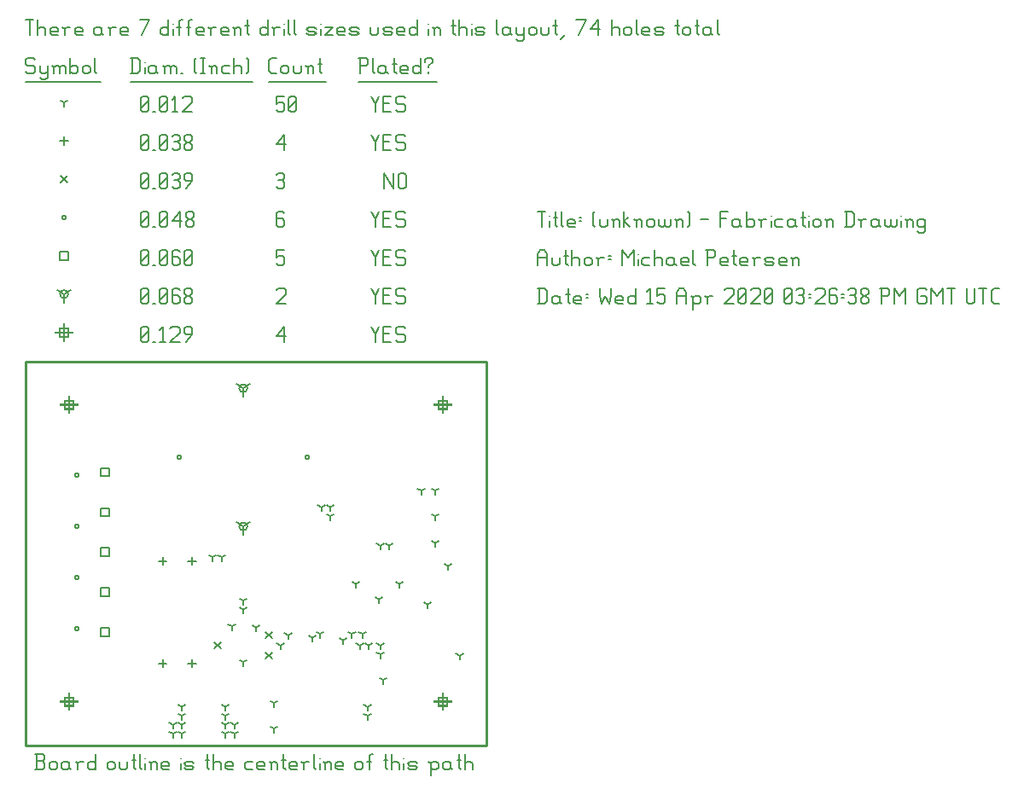
<source format=gbr>
G04 start of page 13 for group -3984 idx -3984 *
G04 Title: (unknown), fab *
G04 Creator: pcb 20140316 *
G04 CreationDate: Wed 15 Apr 2020 03:26:38 PM GMT UTC *
G04 For: railfan *
G04 Format: Gerber/RS-274X *
G04 PCB-Dimensions (mil): 1800.00 1500.00 *
G04 PCB-Coordinate-Origin: lower left *
%MOIN*%
%FSLAX25Y25*%
%LNFAB*%
%ADD94C,0.0100*%
%ADD93C,0.0075*%
%ADD92C,0.0060*%
%ADD91R,0.0080X0.0080*%
G54D91*X163000Y136200D02*Y129800D01*
X159800Y133000D02*X166200D01*
X161400Y134600D02*X164600D01*
X161400D02*Y131400D01*
X164600D01*
Y134600D02*Y131400D01*
X17000Y20200D02*Y13800D01*
X13800Y17000D02*X20200D01*
X15400Y18600D02*X18600D01*
X15400D02*Y15400D01*
X18600D01*
Y18600D02*Y15400D01*
X17000Y136200D02*Y129800D01*
X13800Y133000D02*X20200D01*
X15400Y134600D02*X18600D01*
X15400D02*Y131400D01*
X18600D01*
Y134600D02*Y131400D01*
X163000Y20200D02*Y13800D01*
X159800Y17000D02*X166200D01*
X161400Y18600D02*X164600D01*
X161400D02*Y15400D01*
X164600D01*
Y18600D02*Y15400D01*
X15000Y164450D02*Y158050D01*
X11800Y161250D02*X18200D01*
X13400Y162850D02*X16600D01*
X13400D02*Y159650D01*
X16600D01*
Y162850D02*Y159650D01*
G54D92*X135000Y163500D02*X136500Y160500D01*
X138000Y163500D01*
X136500Y160500D02*Y157500D01*
X139800Y160800D02*X142050D01*
X139800Y157500D02*X142800D01*
X139800Y163500D02*Y157500D01*
Y163500D02*X142800D01*
X147600D02*X148350Y162750D01*
X145350Y163500D02*X147600D01*
X144600Y162750D02*X145350Y163500D01*
X144600Y162750D02*Y161250D01*
X145350Y160500D01*
X147600D01*
X148350Y159750D01*
Y158250D01*
X147600Y157500D02*X148350Y158250D01*
X145350Y157500D02*X147600D01*
X144600Y158250D02*X145350Y157500D01*
X98000Y159750D02*X101000Y163500D01*
X98000Y159750D02*X101750D01*
X101000Y163500D02*Y157500D01*
X45000Y158250D02*X45750Y157500D01*
X45000Y162750D02*Y158250D01*
Y162750D02*X45750Y163500D01*
X47250D01*
X48000Y162750D01*
Y158250D01*
X47250Y157500D02*X48000Y158250D01*
X45750Y157500D02*X47250D01*
X45000Y159000D02*X48000Y162000D01*
X49800Y157500D02*X50550D01*
X52350Y162300D02*X53550Y163500D01*
Y157500D01*
X52350D02*X54600D01*
X56400Y162750D02*X57150Y163500D01*
X59400D01*
X60150Y162750D01*
Y161250D01*
X56400Y157500D02*X60150Y161250D01*
X56400Y157500D02*X60150D01*
X62700D02*X64950Y160500D01*
Y162750D02*Y160500D01*
X64200Y163500D02*X64950Y162750D01*
X62700Y163500D02*X64200D01*
X61950Y162750D02*X62700Y163500D01*
X61950Y162750D02*Y161250D01*
X62700Y160500D01*
X64950D01*
X85000Y85500D02*Y82300D01*
Y85500D02*X87773Y87100D01*
X85000Y85500D02*X82227Y87100D01*
X83400Y85500D02*G75*G03X86600Y85500I1600J0D01*G01*
G75*G03X83400Y85500I-1600J0D01*G01*
X85000Y139500D02*Y136300D01*
Y139500D02*X87773Y141100D01*
X85000Y139500D02*X82227Y141100D01*
X83400Y139500D02*G75*G03X86600Y139500I1600J0D01*G01*
G75*G03X83400Y139500I-1600J0D01*G01*
X15000Y176250D02*Y173050D01*
Y176250D02*X17773Y177850D01*
X15000Y176250D02*X12227Y177850D01*
X13400Y176250D02*G75*G03X16600Y176250I1600J0D01*G01*
G75*G03X13400Y176250I-1600J0D01*G01*
X135000Y178500D02*X136500Y175500D01*
X138000Y178500D01*
X136500Y175500D02*Y172500D01*
X139800Y175800D02*X142050D01*
X139800Y172500D02*X142800D01*
X139800Y178500D02*Y172500D01*
Y178500D02*X142800D01*
X147600D02*X148350Y177750D01*
X145350Y178500D02*X147600D01*
X144600Y177750D02*X145350Y178500D01*
X144600Y177750D02*Y176250D01*
X145350Y175500D01*
X147600D01*
X148350Y174750D01*
Y173250D01*
X147600Y172500D02*X148350Y173250D01*
X145350Y172500D02*X147600D01*
X144600Y173250D02*X145350Y172500D01*
X98000Y177750D02*X98750Y178500D01*
X101000D01*
X101750Y177750D01*
Y176250D01*
X98000Y172500D02*X101750Y176250D01*
X98000Y172500D02*X101750D01*
X45000Y173250D02*X45750Y172500D01*
X45000Y177750D02*Y173250D01*
Y177750D02*X45750Y178500D01*
X47250D01*
X48000Y177750D01*
Y173250D01*
X47250Y172500D02*X48000Y173250D01*
X45750Y172500D02*X47250D01*
X45000Y174000D02*X48000Y177000D01*
X49800Y172500D02*X50550D01*
X52350Y173250D02*X53100Y172500D01*
X52350Y177750D02*Y173250D01*
Y177750D02*X53100Y178500D01*
X54600D01*
X55350Y177750D01*
Y173250D01*
X54600Y172500D02*X55350Y173250D01*
X53100Y172500D02*X54600D01*
X52350Y174000D02*X55350Y177000D01*
X59400Y178500D02*X60150Y177750D01*
X57900Y178500D02*X59400D01*
X57150Y177750D02*X57900Y178500D01*
X57150Y177750D02*Y173250D01*
X57900Y172500D01*
X59400Y175800D02*X60150Y175050D01*
X57150Y175800D02*X59400D01*
X57900Y172500D02*X59400D01*
X60150Y173250D01*
Y175050D02*Y173250D01*
X61950D02*X62700Y172500D01*
X61950Y174450D02*Y173250D01*
Y174450D02*X63000Y175500D01*
X63900D01*
X64950Y174450D01*
Y173250D01*
X64200Y172500D02*X64950Y173250D01*
X62700Y172500D02*X64200D01*
X61950Y176550D02*X63000Y175500D01*
X61950Y177750D02*Y176550D01*
Y177750D02*X62700Y178500D01*
X64200D01*
X64950Y177750D01*
Y176550D01*
X63900Y175500D02*X64950Y176550D01*
X29400Y108300D02*X32600D01*
X29400D02*Y105100D01*
X32600D01*
Y108300D02*Y105100D01*
X29400Y92700D02*X32600D01*
X29400D02*Y89500D01*
X32600D01*
Y92700D02*Y89500D01*
X29400Y77100D02*X32600D01*
X29400D02*Y73900D01*
X32600D01*
Y77100D02*Y73900D01*
X29400Y61500D02*X32600D01*
X29400D02*Y58300D01*
X32600D01*
Y61500D02*Y58300D01*
X29400Y45900D02*X32600D01*
X29400D02*Y42700D01*
X32600D01*
Y45900D02*Y42700D01*
X13400Y192850D02*X16600D01*
X13400D02*Y189650D01*
X16600D01*
Y192850D02*Y189650D01*
X135000Y193500D02*X136500Y190500D01*
X138000Y193500D01*
X136500Y190500D02*Y187500D01*
X139800Y190800D02*X142050D01*
X139800Y187500D02*X142800D01*
X139800Y193500D02*Y187500D01*
Y193500D02*X142800D01*
X147600D02*X148350Y192750D01*
X145350Y193500D02*X147600D01*
X144600Y192750D02*X145350Y193500D01*
X144600Y192750D02*Y191250D01*
X145350Y190500D01*
X147600D01*
X148350Y189750D01*
Y188250D01*
X147600Y187500D02*X148350Y188250D01*
X145350Y187500D02*X147600D01*
X144600Y188250D02*X145350Y187500D01*
X98000Y193500D02*X101000D01*
X98000D02*Y190500D01*
X98750Y191250D01*
X100250D01*
X101000Y190500D01*
Y188250D01*
X100250Y187500D02*X101000Y188250D01*
X98750Y187500D02*X100250D01*
X98000Y188250D02*X98750Y187500D01*
X45000Y188250D02*X45750Y187500D01*
X45000Y192750D02*Y188250D01*
Y192750D02*X45750Y193500D01*
X47250D01*
X48000Y192750D01*
Y188250D01*
X47250Y187500D02*X48000Y188250D01*
X45750Y187500D02*X47250D01*
X45000Y189000D02*X48000Y192000D01*
X49800Y187500D02*X50550D01*
X52350Y188250D02*X53100Y187500D01*
X52350Y192750D02*Y188250D01*
Y192750D02*X53100Y193500D01*
X54600D01*
X55350Y192750D01*
Y188250D01*
X54600Y187500D02*X55350Y188250D01*
X53100Y187500D02*X54600D01*
X52350Y189000D02*X55350Y192000D01*
X59400Y193500D02*X60150Y192750D01*
X57900Y193500D02*X59400D01*
X57150Y192750D02*X57900Y193500D01*
X57150Y192750D02*Y188250D01*
X57900Y187500D01*
X59400Y190800D02*X60150Y190050D01*
X57150Y190800D02*X59400D01*
X57900Y187500D02*X59400D01*
X60150Y188250D01*
Y190050D02*Y188250D01*
X61950D02*X62700Y187500D01*
X61950Y192750D02*Y188250D01*
Y192750D02*X62700Y193500D01*
X64200D01*
X64950Y192750D01*
Y188250D01*
X64200Y187500D02*X64950Y188250D01*
X62700Y187500D02*X64200D01*
X61950Y189000D02*X64950Y192000D01*
X109200Y112500D02*G75*G03X110800Y112500I800J0D01*G01*
G75*G03X109200Y112500I-800J0D01*G01*
X59200D02*G75*G03X60800Y112500I800J0D01*G01*
G75*G03X59200Y112500I-800J0D01*G01*
X19200Y105500D02*G75*G03X20800Y105500I800J0D01*G01*
G75*G03X19200Y105500I-800J0D01*G01*
Y85500D02*G75*G03X20800Y85500I800J0D01*G01*
G75*G03X19200Y85500I-800J0D01*G01*
Y65500D02*G75*G03X20800Y65500I800J0D01*G01*
G75*G03X19200Y65500I-800J0D01*G01*
Y45500D02*G75*G03X20800Y45500I800J0D01*G01*
G75*G03X19200Y45500I-800J0D01*G01*
X14200Y206250D02*G75*G03X15800Y206250I800J0D01*G01*
G75*G03X14200Y206250I-800J0D01*G01*
X135000Y208500D02*X136500Y205500D01*
X138000Y208500D01*
X136500Y205500D02*Y202500D01*
X139800Y205800D02*X142050D01*
X139800Y202500D02*X142800D01*
X139800Y208500D02*Y202500D01*
Y208500D02*X142800D01*
X147600D02*X148350Y207750D01*
X145350Y208500D02*X147600D01*
X144600Y207750D02*X145350Y208500D01*
X144600Y207750D02*Y206250D01*
X145350Y205500D01*
X147600D01*
X148350Y204750D01*
Y203250D01*
X147600Y202500D02*X148350Y203250D01*
X145350Y202500D02*X147600D01*
X144600Y203250D02*X145350Y202500D01*
X100250Y208500D02*X101000Y207750D01*
X98750Y208500D02*X100250D01*
X98000Y207750D02*X98750Y208500D01*
X98000Y207750D02*Y203250D01*
X98750Y202500D01*
X100250Y205800D02*X101000Y205050D01*
X98000Y205800D02*X100250D01*
X98750Y202500D02*X100250D01*
X101000Y203250D01*
Y205050D02*Y203250D01*
X45000D02*X45750Y202500D01*
X45000Y207750D02*Y203250D01*
Y207750D02*X45750Y208500D01*
X47250D01*
X48000Y207750D01*
Y203250D01*
X47250Y202500D02*X48000Y203250D01*
X45750Y202500D02*X47250D01*
X45000Y204000D02*X48000Y207000D01*
X49800Y202500D02*X50550D01*
X52350Y203250D02*X53100Y202500D01*
X52350Y207750D02*Y203250D01*
Y207750D02*X53100Y208500D01*
X54600D01*
X55350Y207750D01*
Y203250D01*
X54600Y202500D02*X55350Y203250D01*
X53100Y202500D02*X54600D01*
X52350Y204000D02*X55350Y207000D01*
X57150Y204750D02*X60150Y208500D01*
X57150Y204750D02*X60900D01*
X60150Y208500D02*Y202500D01*
X62700Y203250D02*X63450Y202500D01*
X62700Y204450D02*Y203250D01*
Y204450D02*X63750Y205500D01*
X64650D01*
X65700Y204450D01*
Y203250D01*
X64950Y202500D02*X65700Y203250D01*
X63450Y202500D02*X64950D01*
X62700Y206550D02*X63750Y205500D01*
X62700Y207750D02*Y206550D01*
Y207750D02*X63450Y208500D01*
X64950D01*
X65700Y207750D01*
Y206550D01*
X64650Y205500D02*X65700Y206550D01*
X73800Y40200D02*X76200Y37800D01*
X73800D02*X76200Y40200D01*
X93800Y44200D02*X96200Y41800D01*
X93800D02*X96200Y44200D01*
X93800Y36200D02*X96200Y33800D01*
X93800D02*X96200Y36200D01*
X13800Y222450D02*X16200Y220050D01*
X13800D02*X16200Y222450D01*
X140000Y223500D02*Y217500D01*
Y223500D02*X143750Y217500D01*
Y223500D02*Y217500D01*
X145550Y222750D02*Y218250D01*
Y222750D02*X146300Y223500D01*
X147800D01*
X148550Y222750D01*
Y218250D01*
X147800Y217500D02*X148550Y218250D01*
X146300Y217500D02*X147800D01*
X145550Y218250D02*X146300Y217500D01*
X98000Y222750D02*X98750Y223500D01*
X100250D01*
X101000Y222750D01*
X100250Y217500D02*X101000Y218250D01*
X98750Y217500D02*X100250D01*
X98000Y218250D02*X98750Y217500D01*
Y220800D02*X100250D01*
X101000Y222750D02*Y221550D01*
Y220050D02*Y218250D01*
Y220050D02*X100250Y220800D01*
X101000Y221550D02*X100250Y220800D01*
X45000Y218250D02*X45750Y217500D01*
X45000Y222750D02*Y218250D01*
Y222750D02*X45750Y223500D01*
X47250D01*
X48000Y222750D01*
Y218250D01*
X47250Y217500D02*X48000Y218250D01*
X45750Y217500D02*X47250D01*
X45000Y219000D02*X48000Y222000D01*
X49800Y217500D02*X50550D01*
X52350Y218250D02*X53100Y217500D01*
X52350Y222750D02*Y218250D01*
Y222750D02*X53100Y223500D01*
X54600D01*
X55350Y222750D01*
Y218250D01*
X54600Y217500D02*X55350Y218250D01*
X53100Y217500D02*X54600D01*
X52350Y219000D02*X55350Y222000D01*
X57150Y222750D02*X57900Y223500D01*
X59400D01*
X60150Y222750D01*
X59400Y217500D02*X60150Y218250D01*
X57900Y217500D02*X59400D01*
X57150Y218250D02*X57900Y217500D01*
Y220800D02*X59400D01*
X60150Y222750D02*Y221550D01*
Y220050D02*Y218250D01*
Y220050D02*X59400Y220800D01*
X60150Y221550D02*X59400Y220800D01*
X62700Y217500D02*X64950Y220500D01*
Y222750D02*Y220500D01*
X64200Y223500D02*X64950Y222750D01*
X62700Y223500D02*X64200D01*
X61950Y222750D02*X62700Y223500D01*
X61950Y222750D02*Y221250D01*
X62700Y220500D01*
X64950D01*
X53500Y73600D02*Y70400D01*
X51900Y72000D02*X55100D01*
X53500Y33600D02*Y30400D01*
X51900Y32000D02*X55100D01*
X65000Y73600D02*Y70400D01*
X63400Y72000D02*X66600D01*
X65000Y33600D02*Y30400D01*
X63400Y32000D02*X66600D01*
X15000Y237850D02*Y234650D01*
X13400Y236250D02*X16600D01*
X135000Y238500D02*X136500Y235500D01*
X138000Y238500D01*
X136500Y235500D02*Y232500D01*
X139800Y235800D02*X142050D01*
X139800Y232500D02*X142800D01*
X139800Y238500D02*Y232500D01*
Y238500D02*X142800D01*
X147600D02*X148350Y237750D01*
X145350Y238500D02*X147600D01*
X144600Y237750D02*X145350Y238500D01*
X144600Y237750D02*Y236250D01*
X145350Y235500D01*
X147600D01*
X148350Y234750D01*
Y233250D01*
X147600Y232500D02*X148350Y233250D01*
X145350Y232500D02*X147600D01*
X144600Y233250D02*X145350Y232500D01*
X98000Y234750D02*X101000Y238500D01*
X98000Y234750D02*X101750D01*
X101000Y238500D02*Y232500D01*
X45000Y233250D02*X45750Y232500D01*
X45000Y237750D02*Y233250D01*
Y237750D02*X45750Y238500D01*
X47250D01*
X48000Y237750D01*
Y233250D01*
X47250Y232500D02*X48000Y233250D01*
X45750Y232500D02*X47250D01*
X45000Y234000D02*X48000Y237000D01*
X49800Y232500D02*X50550D01*
X52350Y233250D02*X53100Y232500D01*
X52350Y237750D02*Y233250D01*
Y237750D02*X53100Y238500D01*
X54600D01*
X55350Y237750D01*
Y233250D01*
X54600Y232500D02*X55350Y233250D01*
X53100Y232500D02*X54600D01*
X52350Y234000D02*X55350Y237000D01*
X57150Y237750D02*X57900Y238500D01*
X59400D01*
X60150Y237750D01*
X59400Y232500D02*X60150Y233250D01*
X57900Y232500D02*X59400D01*
X57150Y233250D02*X57900Y232500D01*
Y235800D02*X59400D01*
X60150Y237750D02*Y236550D01*
Y235050D02*Y233250D01*
Y235050D02*X59400Y235800D01*
X60150Y236550D02*X59400Y235800D01*
X61950Y233250D02*X62700Y232500D01*
X61950Y234450D02*Y233250D01*
Y234450D02*X63000Y235500D01*
X63900D01*
X64950Y234450D01*
Y233250D01*
X64200Y232500D02*X64950Y233250D01*
X62700Y232500D02*X64200D01*
X61950Y236550D02*X63000Y235500D01*
X61950Y237750D02*Y236550D01*
Y237750D02*X62700Y238500D01*
X64200D01*
X64950Y237750D01*
Y236550D01*
X63900Y235500D02*X64950Y236550D01*
X61000Y4500D02*Y2900D01*
Y4500D02*X62387Y5300D01*
X61000Y4500D02*X59613Y5300D01*
X61000Y8000D02*Y6400D01*
Y8000D02*X62387Y8800D01*
X61000Y8000D02*X59613Y8800D01*
X61000Y11500D02*Y9900D01*
Y11500D02*X62387Y12300D01*
X61000Y11500D02*X59613Y12300D01*
X61000Y15000D02*Y13400D01*
Y15000D02*X62387Y15800D01*
X61000Y15000D02*X59613Y15800D01*
X78000Y4500D02*Y2900D01*
Y4500D02*X79387Y5300D01*
X78000Y4500D02*X76613Y5300D01*
X78000Y8000D02*Y6400D01*
Y8000D02*X79387Y8800D01*
X78000Y8000D02*X76613Y8800D01*
X78000Y11500D02*Y9900D01*
Y11500D02*X79387Y12300D01*
X78000Y11500D02*X76613Y12300D01*
X78000Y15000D02*Y13400D01*
Y15000D02*X79387Y15800D01*
X78000Y15000D02*X76613Y15800D01*
X73000Y73500D02*Y71900D01*
Y73500D02*X74387Y74300D01*
X73000Y73500D02*X71613Y74300D01*
X76500Y73500D02*Y71900D01*
Y73500D02*X77887Y74300D01*
X76500Y73500D02*X75113Y74300D01*
X85000Y56500D02*Y54900D01*
Y56500D02*X86387Y57300D01*
X85000Y56500D02*X83613Y57300D01*
X85000Y53000D02*Y51400D01*
Y53000D02*X86387Y53800D01*
X85000Y53000D02*X83613Y53800D01*
X119000Y89500D02*Y87900D01*
Y89500D02*X120387Y90300D01*
X119000Y89500D02*X117613Y90300D01*
X119000Y93000D02*Y91400D01*
Y93000D02*X120387Y93800D01*
X119000Y93000D02*X117613Y93800D01*
X115500Y93000D02*Y91400D01*
Y93000D02*X116887Y93800D01*
X115500Y93000D02*X114113Y93800D01*
X142000Y78000D02*Y76400D01*
Y78000D02*X143387Y78800D01*
X142000Y78000D02*X140613Y78800D01*
X138500Y78000D02*Y76400D01*
Y78000D02*X139887Y78800D01*
X138500Y78000D02*X137113Y78800D01*
X129000Y63000D02*Y61400D01*
Y63000D02*X130387Y63800D01*
X129000Y63000D02*X127613Y63800D01*
X146000Y63000D02*Y61400D01*
Y63000D02*X147387Y63800D01*
X146000Y63000D02*X144613Y63800D01*
X90000Y46000D02*Y44400D01*
Y46000D02*X91387Y46800D01*
X90000Y46000D02*X88613Y46800D01*
X80500Y46500D02*Y44900D01*
Y46500D02*X81887Y47300D01*
X80500Y46500D02*X79113Y47300D01*
X85000Y32500D02*Y30900D01*
Y32500D02*X86387Y33300D01*
X85000Y32500D02*X83613Y33300D01*
X97000Y16500D02*Y14900D01*
Y16500D02*X98387Y17300D01*
X97000Y16500D02*X95613Y17300D01*
X97000Y6500D02*Y4900D01*
Y6500D02*X98387Y7300D01*
X97000Y6500D02*X95613Y7300D01*
X169500Y35000D02*Y33400D01*
Y35000D02*X170887Y35800D01*
X169500Y35000D02*X168113Y35800D01*
X133500Y11500D02*Y9900D01*
Y11500D02*X134887Y12300D01*
X133500Y11500D02*X132113Y12300D01*
X133500Y15000D02*Y13400D01*
Y15000D02*X134887Y15800D01*
X133500Y15000D02*X132113Y15800D01*
X138000Y57000D02*Y55400D01*
Y57000D02*X139387Y57800D01*
X138000Y57000D02*X136613Y57800D01*
X99500Y39000D02*Y37400D01*
Y39000D02*X100887Y39800D01*
X99500Y39000D02*X98113Y39800D01*
X112000Y42000D02*Y40400D01*
Y42000D02*X113387Y42800D01*
X112000Y42000D02*X110613Y42800D01*
X102500Y43000D02*Y41400D01*
Y43000D02*X103887Y43800D01*
X102500Y43000D02*X101113Y43800D01*
X127457Y43543D02*Y41943D01*
Y43543D02*X128844Y44343D01*
X127457Y43543D02*X126070Y44343D01*
X124000Y41000D02*Y39400D01*
Y41000D02*X125387Y41800D01*
X124000Y41000D02*X122613Y41800D01*
X130500Y39000D02*Y37400D01*
Y39000D02*X131887Y39800D01*
X130500Y39000D02*X129113Y39800D01*
X134000Y39000D02*Y37400D01*
Y39000D02*X135387Y39800D01*
X134000Y39000D02*X132613Y39800D01*
X138500Y39000D02*Y37400D01*
Y39000D02*X139887Y39800D01*
X138500Y39000D02*X137113Y39800D01*
X138500Y35500D02*Y33900D01*
Y35500D02*X139887Y36300D01*
X138500Y35500D02*X137113Y36300D01*
X131500Y43500D02*Y41900D01*
Y43500D02*X132887Y44300D01*
X131500Y43500D02*X130113Y44300D01*
X57500Y4500D02*Y2900D01*
Y4500D02*X58887Y5300D01*
X57500Y4500D02*X56113Y5300D01*
X57500Y8000D02*Y6400D01*
Y8000D02*X58887Y8800D01*
X57500Y8000D02*X56113Y8800D01*
X81500Y4500D02*Y2900D01*
Y4500D02*X82887Y5300D01*
X81500Y4500D02*X80113Y5300D01*
X81500Y8000D02*Y6400D01*
Y8000D02*X82887Y8800D01*
X81500Y8000D02*X80113Y8800D01*
X139543Y25500D02*Y23900D01*
Y25500D02*X140930Y26300D01*
X139543Y25500D02*X138156Y26300D01*
X154500Y99500D02*Y97900D01*
Y99500D02*X155887Y100300D01*
X154500Y99500D02*X153113Y100300D01*
X160000Y99500D02*Y97900D01*
Y99500D02*X161387Y100300D01*
X160000Y99500D02*X158613Y100300D01*
X160000Y79000D02*Y77400D01*
Y79000D02*X161387Y79800D01*
X160000Y79000D02*X158613Y79800D01*
X160000Y89500D02*Y87900D01*
Y89500D02*X161387Y90300D01*
X160000Y89500D02*X158613Y90300D01*
X157000Y55000D02*Y53400D01*
Y55000D02*X158387Y55800D01*
X157000Y55000D02*X155613Y55800D01*
X165000Y70000D02*Y68400D01*
Y70000D02*X166387Y70800D01*
X165000Y70000D02*X163613Y70800D01*
X115000Y43500D02*Y41900D01*
Y43500D02*X116387Y44300D01*
X115000Y43500D02*X113613Y44300D01*
X15000Y251250D02*Y249650D01*
Y251250D02*X16387Y252050D01*
X15000Y251250D02*X13613Y252050D01*
X135000Y253500D02*X136500Y250500D01*
X138000Y253500D01*
X136500Y250500D02*Y247500D01*
X139800Y250800D02*X142050D01*
X139800Y247500D02*X142800D01*
X139800Y253500D02*Y247500D01*
Y253500D02*X142800D01*
X147600D02*X148350Y252750D01*
X145350Y253500D02*X147600D01*
X144600Y252750D02*X145350Y253500D01*
X144600Y252750D02*Y251250D01*
X145350Y250500D01*
X147600D01*
X148350Y249750D01*
Y248250D01*
X147600Y247500D02*X148350Y248250D01*
X145350Y247500D02*X147600D01*
X144600Y248250D02*X145350Y247500D01*
X98000Y253500D02*X101000D01*
X98000D02*Y250500D01*
X98750Y251250D01*
X100250D01*
X101000Y250500D01*
Y248250D01*
X100250Y247500D02*X101000Y248250D01*
X98750Y247500D02*X100250D01*
X98000Y248250D02*X98750Y247500D01*
X102800Y248250D02*X103550Y247500D01*
X102800Y252750D02*Y248250D01*
Y252750D02*X103550Y253500D01*
X105050D01*
X105800Y252750D01*
Y248250D01*
X105050Y247500D02*X105800Y248250D01*
X103550Y247500D02*X105050D01*
X102800Y249000D02*X105800Y252000D01*
X45000Y248250D02*X45750Y247500D01*
X45000Y252750D02*Y248250D01*
Y252750D02*X45750Y253500D01*
X47250D01*
X48000Y252750D01*
Y248250D01*
X47250Y247500D02*X48000Y248250D01*
X45750Y247500D02*X47250D01*
X45000Y249000D02*X48000Y252000D01*
X49800Y247500D02*X50550D01*
X52350Y248250D02*X53100Y247500D01*
X52350Y252750D02*Y248250D01*
Y252750D02*X53100Y253500D01*
X54600D01*
X55350Y252750D01*
Y248250D01*
X54600Y247500D02*X55350Y248250D01*
X53100Y247500D02*X54600D01*
X52350Y249000D02*X55350Y252000D01*
X57150Y252300D02*X58350Y253500D01*
Y247500D01*
X57150D02*X59400D01*
X61200Y252750D02*X61950Y253500D01*
X64200D01*
X64950Y252750D01*
Y251250D01*
X61200Y247500D02*X64950Y251250D01*
X61200Y247500D02*X64950D01*
X3000Y268500D02*X3750Y267750D01*
X750Y268500D02*X3000D01*
X0Y267750D02*X750Y268500D01*
X0Y267750D02*Y266250D01*
X750Y265500D01*
X3000D01*
X3750Y264750D01*
Y263250D01*
X3000Y262500D02*X3750Y263250D01*
X750Y262500D02*X3000D01*
X0Y263250D02*X750Y262500D01*
X5550Y265500D02*Y263250D01*
X6300Y262500D01*
X8550Y265500D02*Y261000D01*
X7800Y260250D02*X8550Y261000D01*
X6300Y260250D02*X7800D01*
X5550Y261000D02*X6300Y260250D01*
Y262500D02*X7800D01*
X8550Y263250D01*
X11100Y264750D02*Y262500D01*
Y264750D02*X11850Y265500D01*
X12600D01*
X13350Y264750D01*
Y262500D01*
Y264750D02*X14100Y265500D01*
X14850D01*
X15600Y264750D01*
Y262500D01*
X10350Y265500D02*X11100Y264750D01*
X17400Y268500D02*Y262500D01*
Y263250D02*X18150Y262500D01*
X19650D01*
X20400Y263250D01*
Y264750D02*Y263250D01*
X19650Y265500D02*X20400Y264750D01*
X18150Y265500D02*X19650D01*
X17400Y264750D02*X18150Y265500D01*
X22200Y264750D02*Y263250D01*
Y264750D02*X22950Y265500D01*
X24450D01*
X25200Y264750D01*
Y263250D01*
X24450Y262500D02*X25200Y263250D01*
X22950Y262500D02*X24450D01*
X22200Y263250D02*X22950Y262500D01*
X27000Y268500D02*Y263250D01*
X27750Y262500D01*
X0Y259250D02*X29250D01*
X41750Y268500D02*Y262500D01*
X43700Y268500D02*X44750Y267450D01*
Y263550D01*
X43700Y262500D02*X44750Y263550D01*
X41000Y262500D02*X43700D01*
X41000Y268500D02*X43700D01*
G54D93*X46550Y267000D02*Y266850D01*
G54D92*Y264750D02*Y262500D01*
X50300Y265500D02*X51050Y264750D01*
X48800Y265500D02*X50300D01*
X48050Y264750D02*X48800Y265500D01*
X48050Y264750D02*Y263250D01*
X48800Y262500D01*
X51050Y265500D02*Y263250D01*
X51800Y262500D01*
X48800D02*X50300D01*
X51050Y263250D01*
X54350Y264750D02*Y262500D01*
Y264750D02*X55100Y265500D01*
X55850D01*
X56600Y264750D01*
Y262500D01*
Y264750D02*X57350Y265500D01*
X58100D01*
X58850Y264750D01*
Y262500D01*
X53600Y265500D02*X54350Y264750D01*
X60650Y262500D02*X61400D01*
X65900Y263250D02*X66650Y262500D01*
X65900Y267750D02*X66650Y268500D01*
X65900Y267750D02*Y263250D01*
X68450Y268500D02*X69950D01*
X69200D02*Y262500D01*
X68450D02*X69950D01*
X72500Y264750D02*Y262500D01*
Y264750D02*X73250Y265500D01*
X74000D01*
X74750Y264750D01*
Y262500D01*
X71750Y265500D02*X72500Y264750D01*
X77300Y265500D02*X79550D01*
X76550Y264750D02*X77300Y265500D01*
X76550Y264750D02*Y263250D01*
X77300Y262500D01*
X79550D01*
X81350Y268500D02*Y262500D01*
Y264750D02*X82100Y265500D01*
X83600D01*
X84350Y264750D01*
Y262500D01*
X86150Y268500D02*X86900Y267750D01*
Y263250D01*
X86150Y262500D02*X86900Y263250D01*
X41000Y259250D02*X88700D01*
X96050Y262500D02*X98000D01*
X95000Y263550D02*X96050Y262500D01*
X95000Y267450D02*Y263550D01*
Y267450D02*X96050Y268500D01*
X98000D01*
X99800Y264750D02*Y263250D01*
Y264750D02*X100550Y265500D01*
X102050D01*
X102800Y264750D01*
Y263250D01*
X102050Y262500D02*X102800Y263250D01*
X100550Y262500D02*X102050D01*
X99800Y263250D02*X100550Y262500D01*
X104600Y265500D02*Y263250D01*
X105350Y262500D01*
X106850D01*
X107600Y263250D01*
Y265500D02*Y263250D01*
X110150Y264750D02*Y262500D01*
Y264750D02*X110900Y265500D01*
X111650D01*
X112400Y264750D01*
Y262500D01*
X109400Y265500D02*X110150Y264750D01*
X114950Y268500D02*Y263250D01*
X115700Y262500D01*
X114200Y266250D02*X115700D01*
X95000Y259250D02*X117200D01*
X130750Y268500D02*Y262500D01*
X130000Y268500D02*X133000D01*
X133750Y267750D01*
Y266250D01*
X133000Y265500D02*X133750Y266250D01*
X130750Y265500D02*X133000D01*
X135550Y268500D02*Y263250D01*
X136300Y262500D01*
X140050Y265500D02*X140800Y264750D01*
X138550Y265500D02*X140050D01*
X137800Y264750D02*X138550Y265500D01*
X137800Y264750D02*Y263250D01*
X138550Y262500D01*
X140800Y265500D02*Y263250D01*
X141550Y262500D01*
X138550D02*X140050D01*
X140800Y263250D01*
X144100Y268500D02*Y263250D01*
X144850Y262500D01*
X143350Y266250D02*X144850D01*
X147100Y262500D02*X149350D01*
X146350Y263250D02*X147100Y262500D01*
X146350Y264750D02*Y263250D01*
Y264750D02*X147100Y265500D01*
X148600D01*
X149350Y264750D01*
X146350Y264000D02*X149350D01*
Y264750D02*Y264000D01*
X154150Y268500D02*Y262500D01*
X153400D02*X154150Y263250D01*
X151900Y262500D02*X153400D01*
X151150Y263250D02*X151900Y262500D01*
X151150Y264750D02*Y263250D01*
Y264750D02*X151900Y265500D01*
X153400D01*
X154150Y264750D01*
X157450Y265500D02*Y264750D01*
Y263250D02*Y262500D01*
X155950Y267750D02*Y267000D01*
Y267750D02*X156700Y268500D01*
X158200D01*
X158950Y267750D01*
Y267000D01*
X157450Y265500D02*X158950Y267000D01*
X130000Y259250D02*X160750D01*
X0Y283500D02*X3000D01*
X1500D02*Y277500D01*
X4800Y283500D02*Y277500D01*
Y279750D02*X5550Y280500D01*
X7050D01*
X7800Y279750D01*
Y277500D01*
X10350D02*X12600D01*
X9600Y278250D02*X10350Y277500D01*
X9600Y279750D02*Y278250D01*
Y279750D02*X10350Y280500D01*
X11850D01*
X12600Y279750D01*
X9600Y279000D02*X12600D01*
Y279750D02*Y279000D01*
X15150Y279750D02*Y277500D01*
Y279750D02*X15900Y280500D01*
X17400D01*
X14400D02*X15150Y279750D01*
X19950Y277500D02*X22200D01*
X19200Y278250D02*X19950Y277500D01*
X19200Y279750D02*Y278250D01*
Y279750D02*X19950Y280500D01*
X21450D01*
X22200Y279750D01*
X19200Y279000D02*X22200D01*
Y279750D02*Y279000D01*
X28950Y280500D02*X29700Y279750D01*
X27450Y280500D02*X28950D01*
X26700Y279750D02*X27450Y280500D01*
X26700Y279750D02*Y278250D01*
X27450Y277500D01*
X29700Y280500D02*Y278250D01*
X30450Y277500D01*
X27450D02*X28950D01*
X29700Y278250D01*
X33000Y279750D02*Y277500D01*
Y279750D02*X33750Y280500D01*
X35250D01*
X32250D02*X33000Y279750D01*
X37800Y277500D02*X40050D01*
X37050Y278250D02*X37800Y277500D01*
X37050Y279750D02*Y278250D01*
Y279750D02*X37800Y280500D01*
X39300D01*
X40050Y279750D01*
X37050Y279000D02*X40050D01*
Y279750D02*Y279000D01*
X45300Y277500D02*X48300Y283500D01*
X44550D02*X48300D01*
X55800D02*Y277500D01*
X55050D02*X55800Y278250D01*
X53550Y277500D02*X55050D01*
X52800Y278250D02*X53550Y277500D01*
X52800Y279750D02*Y278250D01*
Y279750D02*X53550Y280500D01*
X55050D01*
X55800Y279750D01*
G54D93*X57600Y282000D02*Y281850D01*
G54D92*Y279750D02*Y277500D01*
X59850Y282750D02*Y277500D01*
Y282750D02*X60600Y283500D01*
X61350D01*
X59100Y280500D02*X60600D01*
X63600Y282750D02*Y277500D01*
Y282750D02*X64350Y283500D01*
X65100D01*
X62850Y280500D02*X64350D01*
X67350Y277500D02*X69600D01*
X66600Y278250D02*X67350Y277500D01*
X66600Y279750D02*Y278250D01*
Y279750D02*X67350Y280500D01*
X68850D01*
X69600Y279750D01*
X66600Y279000D02*X69600D01*
Y279750D02*Y279000D01*
X72150Y279750D02*Y277500D01*
Y279750D02*X72900Y280500D01*
X74400D01*
X71400D02*X72150Y279750D01*
X76950Y277500D02*X79200D01*
X76200Y278250D02*X76950Y277500D01*
X76200Y279750D02*Y278250D01*
Y279750D02*X76950Y280500D01*
X78450D01*
X79200Y279750D01*
X76200Y279000D02*X79200D01*
Y279750D02*Y279000D01*
X81750Y279750D02*Y277500D01*
Y279750D02*X82500Y280500D01*
X83250D01*
X84000Y279750D01*
Y277500D01*
X81000Y280500D02*X81750Y279750D01*
X86550Y283500D02*Y278250D01*
X87300Y277500D01*
X85800Y281250D02*X87300D01*
X94500Y283500D02*Y277500D01*
X93750D02*X94500Y278250D01*
X92250Y277500D02*X93750D01*
X91500Y278250D02*X92250Y277500D01*
X91500Y279750D02*Y278250D01*
Y279750D02*X92250Y280500D01*
X93750D01*
X94500Y279750D01*
X97050D02*Y277500D01*
Y279750D02*X97800Y280500D01*
X99300D01*
X96300D02*X97050Y279750D01*
G54D93*X101100Y282000D02*Y281850D01*
G54D92*Y279750D02*Y277500D01*
X102600Y283500D02*Y278250D01*
X103350Y277500D01*
X104850Y283500D02*Y278250D01*
X105600Y277500D01*
X110550D02*X112800D01*
X113550Y278250D01*
X112800Y279000D02*X113550Y278250D01*
X110550Y279000D02*X112800D01*
X109800Y279750D02*X110550Y279000D01*
X109800Y279750D02*X110550Y280500D01*
X112800D01*
X113550Y279750D01*
X109800Y278250D02*X110550Y277500D01*
G54D93*X115350Y282000D02*Y281850D01*
G54D92*Y279750D02*Y277500D01*
X116850Y280500D02*X119850D01*
X116850Y277500D02*X119850Y280500D01*
X116850Y277500D02*X119850D01*
X122400D02*X124650D01*
X121650Y278250D02*X122400Y277500D01*
X121650Y279750D02*Y278250D01*
Y279750D02*X122400Y280500D01*
X123900D01*
X124650Y279750D01*
X121650Y279000D02*X124650D01*
Y279750D02*Y279000D01*
X127200Y277500D02*X129450D01*
X130200Y278250D01*
X129450Y279000D02*X130200Y278250D01*
X127200Y279000D02*X129450D01*
X126450Y279750D02*X127200Y279000D01*
X126450Y279750D02*X127200Y280500D01*
X129450D01*
X130200Y279750D01*
X126450Y278250D02*X127200Y277500D01*
X134700Y280500D02*Y278250D01*
X135450Y277500D01*
X136950D01*
X137700Y278250D01*
Y280500D02*Y278250D01*
X140250Y277500D02*X142500D01*
X143250Y278250D01*
X142500Y279000D02*X143250Y278250D01*
X140250Y279000D02*X142500D01*
X139500Y279750D02*X140250Y279000D01*
X139500Y279750D02*X140250Y280500D01*
X142500D01*
X143250Y279750D01*
X139500Y278250D02*X140250Y277500D01*
X145800D02*X148050D01*
X145050Y278250D02*X145800Y277500D01*
X145050Y279750D02*Y278250D01*
Y279750D02*X145800Y280500D01*
X147300D01*
X148050Y279750D01*
X145050Y279000D02*X148050D01*
Y279750D02*Y279000D01*
X152850Y283500D02*Y277500D01*
X152100D02*X152850Y278250D01*
X150600Y277500D02*X152100D01*
X149850Y278250D02*X150600Y277500D01*
X149850Y279750D02*Y278250D01*
Y279750D02*X150600Y280500D01*
X152100D01*
X152850Y279750D01*
G54D93*X157350Y282000D02*Y281850D01*
G54D92*Y279750D02*Y277500D01*
X159600Y279750D02*Y277500D01*
Y279750D02*X160350Y280500D01*
X161100D01*
X161850Y279750D01*
Y277500D01*
X158850Y280500D02*X159600Y279750D01*
X167100Y283500D02*Y278250D01*
X167850Y277500D01*
X166350Y281250D02*X167850D01*
X169350Y283500D02*Y277500D01*
Y279750D02*X170100Y280500D01*
X171600D01*
X172350Y279750D01*
Y277500D01*
G54D93*X174150Y282000D02*Y281850D01*
G54D92*Y279750D02*Y277500D01*
X176400D02*X178650D01*
X179400Y278250D01*
X178650Y279000D02*X179400Y278250D01*
X176400Y279000D02*X178650D01*
X175650Y279750D02*X176400Y279000D01*
X175650Y279750D02*X176400Y280500D01*
X178650D01*
X179400Y279750D01*
X175650Y278250D02*X176400Y277500D01*
X183900Y283500D02*Y278250D01*
X184650Y277500D01*
X188400Y280500D02*X189150Y279750D01*
X186900Y280500D02*X188400D01*
X186150Y279750D02*X186900Y280500D01*
X186150Y279750D02*Y278250D01*
X186900Y277500D01*
X189150Y280500D02*Y278250D01*
X189900Y277500D01*
X186900D02*X188400D01*
X189150Y278250D01*
X191700Y280500D02*Y278250D01*
X192450Y277500D01*
X194700Y280500D02*Y276000D01*
X193950Y275250D02*X194700Y276000D01*
X192450Y275250D02*X193950D01*
X191700Y276000D02*X192450Y275250D01*
Y277500D02*X193950D01*
X194700Y278250D01*
X196500Y279750D02*Y278250D01*
Y279750D02*X197250Y280500D01*
X198750D01*
X199500Y279750D01*
Y278250D01*
X198750Y277500D02*X199500Y278250D01*
X197250Y277500D02*X198750D01*
X196500Y278250D02*X197250Y277500D01*
X201300Y280500D02*Y278250D01*
X202050Y277500D01*
X203550D01*
X204300Y278250D01*
Y280500D02*Y278250D01*
X206850Y283500D02*Y278250D01*
X207600Y277500D01*
X206100Y281250D02*X207600D01*
X209100Y276000D02*X210600Y277500D01*
X215850D02*X218850Y283500D01*
X215100D02*X218850D01*
X220650Y279750D02*X223650Y283500D01*
X220650Y279750D02*X224400D01*
X223650Y283500D02*Y277500D01*
X228900Y283500D02*Y277500D01*
Y279750D02*X229650Y280500D01*
X231150D01*
X231900Y279750D01*
Y277500D01*
X233700Y279750D02*Y278250D01*
Y279750D02*X234450Y280500D01*
X235950D01*
X236700Y279750D01*
Y278250D01*
X235950Y277500D02*X236700Y278250D01*
X234450Y277500D02*X235950D01*
X233700Y278250D02*X234450Y277500D01*
X238500Y283500D02*Y278250D01*
X239250Y277500D01*
X241500D02*X243750D01*
X240750Y278250D02*X241500Y277500D01*
X240750Y279750D02*Y278250D01*
Y279750D02*X241500Y280500D01*
X243000D01*
X243750Y279750D01*
X240750Y279000D02*X243750D01*
Y279750D02*Y279000D01*
X246300Y277500D02*X248550D01*
X249300Y278250D01*
X248550Y279000D02*X249300Y278250D01*
X246300Y279000D02*X248550D01*
X245550Y279750D02*X246300Y279000D01*
X245550Y279750D02*X246300Y280500D01*
X248550D01*
X249300Y279750D01*
X245550Y278250D02*X246300Y277500D01*
X254550Y283500D02*Y278250D01*
X255300Y277500D01*
X253800Y281250D02*X255300D01*
X256800Y279750D02*Y278250D01*
Y279750D02*X257550Y280500D01*
X259050D01*
X259800Y279750D01*
Y278250D01*
X259050Y277500D02*X259800Y278250D01*
X257550Y277500D02*X259050D01*
X256800Y278250D02*X257550Y277500D01*
X262350Y283500D02*Y278250D01*
X263100Y277500D01*
X261600Y281250D02*X263100D01*
X266850Y280500D02*X267600Y279750D01*
X265350Y280500D02*X266850D01*
X264600Y279750D02*X265350Y280500D01*
X264600Y279750D02*Y278250D01*
X265350Y277500D01*
X267600Y280500D02*Y278250D01*
X268350Y277500D01*
X265350D02*X266850D01*
X267600Y278250D01*
X270150Y283500D02*Y278250D01*
X270900Y277500D01*
G54D94*X0Y150000D02*X180000D01*
Y0D01*
X0D01*
Y150000D01*
G54D92*X3675Y-9500D02*X6675D01*
X7425Y-8750D01*
Y-6950D02*Y-8750D01*
X6675Y-6200D02*X7425Y-6950D01*
X4425Y-6200D02*X6675D01*
X4425Y-3500D02*Y-9500D01*
X3675Y-3500D02*X6675D01*
X7425Y-4250D01*
Y-5450D01*
X6675Y-6200D02*X7425Y-5450D01*
X9225Y-7250D02*Y-8750D01*
Y-7250D02*X9975Y-6500D01*
X11475D01*
X12225Y-7250D01*
Y-8750D01*
X11475Y-9500D02*X12225Y-8750D01*
X9975Y-9500D02*X11475D01*
X9225Y-8750D02*X9975Y-9500D01*
X16275Y-6500D02*X17025Y-7250D01*
X14775Y-6500D02*X16275D01*
X14025Y-7250D02*X14775Y-6500D01*
X14025Y-7250D02*Y-8750D01*
X14775Y-9500D01*
X17025Y-6500D02*Y-8750D01*
X17775Y-9500D01*
X14775D02*X16275D01*
X17025Y-8750D01*
X20325Y-7250D02*Y-9500D01*
Y-7250D02*X21075Y-6500D01*
X22575D01*
X19575D02*X20325Y-7250D01*
X27375Y-3500D02*Y-9500D01*
X26625D02*X27375Y-8750D01*
X25125Y-9500D02*X26625D01*
X24375Y-8750D02*X25125Y-9500D01*
X24375Y-7250D02*Y-8750D01*
Y-7250D02*X25125Y-6500D01*
X26625D01*
X27375Y-7250D01*
X31875D02*Y-8750D01*
Y-7250D02*X32625Y-6500D01*
X34125D01*
X34875Y-7250D01*
Y-8750D01*
X34125Y-9500D02*X34875Y-8750D01*
X32625Y-9500D02*X34125D01*
X31875Y-8750D02*X32625Y-9500D01*
X36675Y-6500D02*Y-8750D01*
X37425Y-9500D01*
X38925D01*
X39675Y-8750D01*
Y-6500D02*Y-8750D01*
X42225Y-3500D02*Y-8750D01*
X42975Y-9500D01*
X41475Y-5750D02*X42975D01*
X44475Y-3500D02*Y-8750D01*
X45225Y-9500D01*
G54D93*X46725Y-5000D02*Y-5150D01*
G54D92*Y-7250D02*Y-9500D01*
X48975Y-7250D02*Y-9500D01*
Y-7250D02*X49725Y-6500D01*
X50475D01*
X51225Y-7250D01*
Y-9500D01*
X48225Y-6500D02*X48975Y-7250D01*
X53775Y-9500D02*X56025D01*
X53025Y-8750D02*X53775Y-9500D01*
X53025Y-7250D02*Y-8750D01*
Y-7250D02*X53775Y-6500D01*
X55275D01*
X56025Y-7250D01*
X53025Y-8000D02*X56025D01*
Y-7250D02*Y-8000D01*
G54D93*X60525Y-5000D02*Y-5150D01*
G54D92*Y-7250D02*Y-9500D01*
X62775D02*X65025D01*
X65775Y-8750D01*
X65025Y-8000D02*X65775Y-8750D01*
X62775Y-8000D02*X65025D01*
X62025Y-7250D02*X62775Y-8000D01*
X62025Y-7250D02*X62775Y-6500D01*
X65025D01*
X65775Y-7250D01*
X62025Y-8750D02*X62775Y-9500D01*
X71025Y-3500D02*Y-8750D01*
X71775Y-9500D01*
X70275Y-5750D02*X71775D01*
X73275Y-3500D02*Y-9500D01*
Y-7250D02*X74025Y-6500D01*
X75525D01*
X76275Y-7250D01*
Y-9500D01*
X78825D02*X81075D01*
X78075Y-8750D02*X78825Y-9500D01*
X78075Y-7250D02*Y-8750D01*
Y-7250D02*X78825Y-6500D01*
X80325D01*
X81075Y-7250D01*
X78075Y-8000D02*X81075D01*
Y-7250D02*Y-8000D01*
X86325Y-6500D02*X88575D01*
X85575Y-7250D02*X86325Y-6500D01*
X85575Y-7250D02*Y-8750D01*
X86325Y-9500D01*
X88575D01*
X91125D02*X93375D01*
X90375Y-8750D02*X91125Y-9500D01*
X90375Y-7250D02*Y-8750D01*
Y-7250D02*X91125Y-6500D01*
X92625D01*
X93375Y-7250D01*
X90375Y-8000D02*X93375D01*
Y-7250D02*Y-8000D01*
X95925Y-7250D02*Y-9500D01*
Y-7250D02*X96675Y-6500D01*
X97425D01*
X98175Y-7250D01*
Y-9500D01*
X95175Y-6500D02*X95925Y-7250D01*
X100725Y-3500D02*Y-8750D01*
X101475Y-9500D01*
X99975Y-5750D02*X101475D01*
X103725Y-9500D02*X105975D01*
X102975Y-8750D02*X103725Y-9500D01*
X102975Y-7250D02*Y-8750D01*
Y-7250D02*X103725Y-6500D01*
X105225D01*
X105975Y-7250D01*
X102975Y-8000D02*X105975D01*
Y-7250D02*Y-8000D01*
X108525Y-7250D02*Y-9500D01*
Y-7250D02*X109275Y-6500D01*
X110775D01*
X107775D02*X108525Y-7250D01*
X112575Y-3500D02*Y-8750D01*
X113325Y-9500D01*
G54D93*X114825Y-5000D02*Y-5150D01*
G54D92*Y-7250D02*Y-9500D01*
X117075Y-7250D02*Y-9500D01*
Y-7250D02*X117825Y-6500D01*
X118575D01*
X119325Y-7250D01*
Y-9500D01*
X116325Y-6500D02*X117075Y-7250D01*
X121875Y-9500D02*X124125D01*
X121125Y-8750D02*X121875Y-9500D01*
X121125Y-7250D02*Y-8750D01*
Y-7250D02*X121875Y-6500D01*
X123375D01*
X124125Y-7250D01*
X121125Y-8000D02*X124125D01*
Y-7250D02*Y-8000D01*
X128625Y-7250D02*Y-8750D01*
Y-7250D02*X129375Y-6500D01*
X130875D01*
X131625Y-7250D01*
Y-8750D01*
X130875Y-9500D02*X131625Y-8750D01*
X129375Y-9500D02*X130875D01*
X128625Y-8750D02*X129375Y-9500D01*
X134175Y-4250D02*Y-9500D01*
Y-4250D02*X134925Y-3500D01*
X135675D01*
X133425Y-6500D02*X134925D01*
X140625Y-3500D02*Y-8750D01*
X141375Y-9500D01*
X139875Y-5750D02*X141375D01*
X142875Y-3500D02*Y-9500D01*
Y-7250D02*X143625Y-6500D01*
X145125D01*
X145875Y-7250D01*
Y-9500D01*
G54D93*X147675Y-5000D02*Y-5150D01*
G54D92*Y-7250D02*Y-9500D01*
X149925D02*X152175D01*
X152925Y-8750D01*
X152175Y-8000D02*X152925Y-8750D01*
X149925Y-8000D02*X152175D01*
X149175Y-7250D02*X149925Y-8000D01*
X149175Y-7250D02*X149925Y-6500D01*
X152175D01*
X152925Y-7250D01*
X149175Y-8750D02*X149925Y-9500D01*
X158175Y-7250D02*Y-11750D01*
X157425Y-6500D02*X158175Y-7250D01*
X158925Y-6500D01*
X160425D01*
X161175Y-7250D01*
Y-8750D01*
X160425Y-9500D02*X161175Y-8750D01*
X158925Y-9500D02*X160425D01*
X158175Y-8750D02*X158925Y-9500D01*
X165225Y-6500D02*X165975Y-7250D01*
X163725Y-6500D02*X165225D01*
X162975Y-7250D02*X163725Y-6500D01*
X162975Y-7250D02*Y-8750D01*
X163725Y-9500D01*
X165975Y-6500D02*Y-8750D01*
X166725Y-9500D01*
X163725D02*X165225D01*
X165975Y-8750D01*
X169275Y-3500D02*Y-8750D01*
X170025Y-9500D01*
X168525Y-5750D02*X170025D01*
X171525Y-3500D02*Y-9500D01*
Y-7250D02*X172275Y-6500D01*
X173775D01*
X174525Y-7250D01*
Y-9500D01*
X200750Y178500D02*Y172500D01*
X202700Y178500D02*X203750Y177450D01*
Y173550D01*
X202700Y172500D02*X203750Y173550D01*
X200000Y172500D02*X202700D01*
X200000Y178500D02*X202700D01*
X207800Y175500D02*X208550Y174750D01*
X206300Y175500D02*X207800D01*
X205550Y174750D02*X206300Y175500D01*
X205550Y174750D02*Y173250D01*
X206300Y172500D01*
X208550Y175500D02*Y173250D01*
X209300Y172500D01*
X206300D02*X207800D01*
X208550Y173250D01*
X211850Y178500D02*Y173250D01*
X212600Y172500D01*
X211100Y176250D02*X212600D01*
X214850Y172500D02*X217100D01*
X214100Y173250D02*X214850Y172500D01*
X214100Y174750D02*Y173250D01*
Y174750D02*X214850Y175500D01*
X216350D01*
X217100Y174750D01*
X214100Y174000D02*X217100D01*
Y174750D02*Y174000D01*
X218900Y176250D02*X219650D01*
X218900Y174750D02*X219650D01*
X224150Y178500D02*Y175500D01*
X224900Y172500D01*
X226400Y175500D01*
X227900Y172500D01*
X228650Y175500D01*
Y178500D02*Y175500D01*
X231200Y172500D02*X233450D01*
X230450Y173250D02*X231200Y172500D01*
X230450Y174750D02*Y173250D01*
Y174750D02*X231200Y175500D01*
X232700D01*
X233450Y174750D01*
X230450Y174000D02*X233450D01*
Y174750D02*Y174000D01*
X238250Y178500D02*Y172500D01*
X237500D02*X238250Y173250D01*
X236000Y172500D02*X237500D01*
X235250Y173250D02*X236000Y172500D01*
X235250Y174750D02*Y173250D01*
Y174750D02*X236000Y175500D01*
X237500D01*
X238250Y174750D01*
X242750Y177300D02*X243950Y178500D01*
Y172500D01*
X242750D02*X245000D01*
X246800Y178500D02*X249800D01*
X246800D02*Y175500D01*
X247550Y176250D01*
X249050D01*
X249800Y175500D01*
Y173250D01*
X249050Y172500D02*X249800Y173250D01*
X247550Y172500D02*X249050D01*
X246800Y173250D02*X247550Y172500D01*
X254300Y177000D02*Y172500D01*
Y177000D02*X255350Y178500D01*
X257000D01*
X258050Y177000D01*
Y172500D01*
X254300Y175500D02*X258050D01*
X260600Y174750D02*Y170250D01*
X259850Y175500D02*X260600Y174750D01*
X261350Y175500D01*
X262850D01*
X263600Y174750D01*
Y173250D01*
X262850Y172500D02*X263600Y173250D01*
X261350Y172500D02*X262850D01*
X260600Y173250D02*X261350Y172500D01*
X266150Y174750D02*Y172500D01*
Y174750D02*X266900Y175500D01*
X268400D01*
X265400D02*X266150Y174750D01*
X272900Y177750D02*X273650Y178500D01*
X275900D01*
X276650Y177750D01*
Y176250D01*
X272900Y172500D02*X276650Y176250D01*
X272900Y172500D02*X276650D01*
X278450Y173250D02*X279200Y172500D01*
X278450Y177750D02*Y173250D01*
Y177750D02*X279200Y178500D01*
X280700D01*
X281450Y177750D01*
Y173250D01*
X280700Y172500D02*X281450Y173250D01*
X279200Y172500D02*X280700D01*
X278450Y174000D02*X281450Y177000D01*
X283250Y177750D02*X284000Y178500D01*
X286250D01*
X287000Y177750D01*
Y176250D01*
X283250Y172500D02*X287000Y176250D01*
X283250Y172500D02*X287000D01*
X288800Y173250D02*X289550Y172500D01*
X288800Y177750D02*Y173250D01*
Y177750D02*X289550Y178500D01*
X291050D01*
X291800Y177750D01*
Y173250D01*
X291050Y172500D02*X291800Y173250D01*
X289550Y172500D02*X291050D01*
X288800Y174000D02*X291800Y177000D01*
X296300Y173250D02*X297050Y172500D01*
X296300Y177750D02*Y173250D01*
Y177750D02*X297050Y178500D01*
X298550D01*
X299300Y177750D01*
Y173250D01*
X298550Y172500D02*X299300Y173250D01*
X297050Y172500D02*X298550D01*
X296300Y174000D02*X299300Y177000D01*
X301100Y177750D02*X301850Y178500D01*
X303350D01*
X304100Y177750D01*
X303350Y172500D02*X304100Y173250D01*
X301850Y172500D02*X303350D01*
X301100Y173250D02*X301850Y172500D01*
Y175800D02*X303350D01*
X304100Y177750D02*Y176550D01*
Y175050D02*Y173250D01*
Y175050D02*X303350Y175800D01*
X304100Y176550D02*X303350Y175800D01*
X305900Y176250D02*X306650D01*
X305900Y174750D02*X306650D01*
X308450Y177750D02*X309200Y178500D01*
X311450D01*
X312200Y177750D01*
Y176250D01*
X308450Y172500D02*X312200Y176250D01*
X308450Y172500D02*X312200D01*
X316250Y178500D02*X317000Y177750D01*
X314750Y178500D02*X316250D01*
X314000Y177750D02*X314750Y178500D01*
X314000Y177750D02*Y173250D01*
X314750Y172500D01*
X316250Y175800D02*X317000Y175050D01*
X314000Y175800D02*X316250D01*
X314750Y172500D02*X316250D01*
X317000Y173250D01*
Y175050D02*Y173250D01*
X318800Y176250D02*X319550D01*
X318800Y174750D02*X319550D01*
X321350Y177750D02*X322100Y178500D01*
X323600D01*
X324350Y177750D01*
X323600Y172500D02*X324350Y173250D01*
X322100Y172500D02*X323600D01*
X321350Y173250D02*X322100Y172500D01*
Y175800D02*X323600D01*
X324350Y177750D02*Y176550D01*
Y175050D02*Y173250D01*
Y175050D02*X323600Y175800D01*
X324350Y176550D02*X323600Y175800D01*
X326150Y173250D02*X326900Y172500D01*
X326150Y174450D02*Y173250D01*
Y174450D02*X327200Y175500D01*
X328100D01*
X329150Y174450D01*
Y173250D01*
X328400Y172500D02*X329150Y173250D01*
X326900Y172500D02*X328400D01*
X326150Y176550D02*X327200Y175500D01*
X326150Y177750D02*Y176550D01*
Y177750D02*X326900Y178500D01*
X328400D01*
X329150Y177750D01*
Y176550D01*
X328100Y175500D02*X329150Y176550D01*
X334400Y178500D02*Y172500D01*
X333650Y178500D02*X336650D01*
X337400Y177750D01*
Y176250D01*
X336650Y175500D02*X337400Y176250D01*
X334400Y175500D02*X336650D01*
X339200Y178500D02*Y172500D01*
Y178500D02*X341450Y175500D01*
X343700Y178500D01*
Y172500D01*
X351200Y178500D02*X351950Y177750D01*
X348950Y178500D02*X351200D01*
X348200Y177750D02*X348950Y178500D01*
X348200Y177750D02*Y173250D01*
X348950Y172500D01*
X351200D01*
X351950Y173250D01*
Y174750D02*Y173250D01*
X351200Y175500D02*X351950Y174750D01*
X349700Y175500D02*X351200D01*
X353750Y178500D02*Y172500D01*
Y178500D02*X356000Y175500D01*
X358250Y178500D01*
Y172500D01*
X360050Y178500D02*X363050D01*
X361550D02*Y172500D01*
X367550Y178500D02*Y173250D01*
X368300Y172500D01*
X369800D01*
X370550Y173250D01*
Y178500D02*Y173250D01*
X372350Y178500D02*X375350D01*
X373850D02*Y172500D01*
X378200D02*X380150D01*
X377150Y173550D02*X378200Y172500D01*
X377150Y177450D02*Y173550D01*
Y177450D02*X378200Y178500D01*
X380150D01*
X200000Y192000D02*Y187500D01*
Y192000D02*X201050Y193500D01*
X202700D01*
X203750Y192000D01*
Y187500D01*
X200000Y190500D02*X203750D01*
X205550D02*Y188250D01*
X206300Y187500D01*
X207800D01*
X208550Y188250D01*
Y190500D02*Y188250D01*
X211100Y193500D02*Y188250D01*
X211850Y187500D01*
X210350Y191250D02*X211850D01*
X213350Y193500D02*Y187500D01*
Y189750D02*X214100Y190500D01*
X215600D01*
X216350Y189750D01*
Y187500D01*
X218150Y189750D02*Y188250D01*
Y189750D02*X218900Y190500D01*
X220400D01*
X221150Y189750D01*
Y188250D01*
X220400Y187500D02*X221150Y188250D01*
X218900Y187500D02*X220400D01*
X218150Y188250D02*X218900Y187500D01*
X223700Y189750D02*Y187500D01*
Y189750D02*X224450Y190500D01*
X225950D01*
X222950D02*X223700Y189750D01*
X227750Y191250D02*X228500D01*
X227750Y189750D02*X228500D01*
X233000Y193500D02*Y187500D01*
Y193500D02*X235250Y190500D01*
X237500Y193500D01*
Y187500D01*
G54D93*X239300Y192000D02*Y191850D01*
G54D92*Y189750D02*Y187500D01*
X241550Y190500D02*X243800D01*
X240800Y189750D02*X241550Y190500D01*
X240800Y189750D02*Y188250D01*
X241550Y187500D01*
X243800D01*
X245600Y193500D02*Y187500D01*
Y189750D02*X246350Y190500D01*
X247850D01*
X248600Y189750D01*
Y187500D01*
X252650Y190500D02*X253400Y189750D01*
X251150Y190500D02*X252650D01*
X250400Y189750D02*X251150Y190500D01*
X250400Y189750D02*Y188250D01*
X251150Y187500D01*
X253400Y190500D02*Y188250D01*
X254150Y187500D01*
X251150D02*X252650D01*
X253400Y188250D01*
X256700Y187500D02*X258950D01*
X255950Y188250D02*X256700Y187500D01*
X255950Y189750D02*Y188250D01*
Y189750D02*X256700Y190500D01*
X258200D01*
X258950Y189750D01*
X255950Y189000D02*X258950D01*
Y189750D02*Y189000D01*
X260750Y193500D02*Y188250D01*
X261500Y187500D01*
X266450Y193500D02*Y187500D01*
X265700Y193500D02*X268700D01*
X269450Y192750D01*
Y191250D01*
X268700Y190500D02*X269450Y191250D01*
X266450Y190500D02*X268700D01*
X272000Y187500D02*X274250D01*
X271250Y188250D02*X272000Y187500D01*
X271250Y189750D02*Y188250D01*
Y189750D02*X272000Y190500D01*
X273500D01*
X274250Y189750D01*
X271250Y189000D02*X274250D01*
Y189750D02*Y189000D01*
X276800Y193500D02*Y188250D01*
X277550Y187500D01*
X276050Y191250D02*X277550D01*
X279800Y187500D02*X282050D01*
X279050Y188250D02*X279800Y187500D01*
X279050Y189750D02*Y188250D01*
Y189750D02*X279800Y190500D01*
X281300D01*
X282050Y189750D01*
X279050Y189000D02*X282050D01*
Y189750D02*Y189000D01*
X284600Y189750D02*Y187500D01*
Y189750D02*X285350Y190500D01*
X286850D01*
X283850D02*X284600Y189750D01*
X289400Y187500D02*X291650D01*
X292400Y188250D01*
X291650Y189000D02*X292400Y188250D01*
X289400Y189000D02*X291650D01*
X288650Y189750D02*X289400Y189000D01*
X288650Y189750D02*X289400Y190500D01*
X291650D01*
X292400Y189750D01*
X288650Y188250D02*X289400Y187500D01*
X294950D02*X297200D01*
X294200Y188250D02*X294950Y187500D01*
X294200Y189750D02*Y188250D01*
Y189750D02*X294950Y190500D01*
X296450D01*
X297200Y189750D01*
X294200Y189000D02*X297200D01*
Y189750D02*Y189000D01*
X299750Y189750D02*Y187500D01*
Y189750D02*X300500Y190500D01*
X301250D01*
X302000Y189750D01*
Y187500D01*
X299000Y190500D02*X299750Y189750D01*
X200000Y208500D02*X203000D01*
X201500D02*Y202500D01*
G54D93*X204800Y207000D02*Y206850D01*
G54D92*Y204750D02*Y202500D01*
X207050Y208500D02*Y203250D01*
X207800Y202500D01*
X206300Y206250D02*X207800D01*
X209300Y208500D02*Y203250D01*
X210050Y202500D01*
X212300D02*X214550D01*
X211550Y203250D02*X212300Y202500D01*
X211550Y204750D02*Y203250D01*
Y204750D02*X212300Y205500D01*
X213800D01*
X214550Y204750D01*
X211550Y204000D02*X214550D01*
Y204750D02*Y204000D01*
X216350Y206250D02*X217100D01*
X216350Y204750D02*X217100D01*
X221600Y203250D02*X222350Y202500D01*
X221600Y207750D02*X222350Y208500D01*
X221600Y207750D02*Y203250D01*
X224150Y205500D02*Y203250D01*
X224900Y202500D01*
X226400D01*
X227150Y203250D01*
Y205500D02*Y203250D01*
X229700Y204750D02*Y202500D01*
Y204750D02*X230450Y205500D01*
X231200D01*
X231950Y204750D01*
Y202500D01*
X228950Y205500D02*X229700Y204750D01*
X233750Y208500D02*Y202500D01*
Y204750D02*X236000Y202500D01*
X233750Y204750D02*X235250Y206250D01*
X238550Y204750D02*Y202500D01*
Y204750D02*X239300Y205500D01*
X240050D01*
X240800Y204750D01*
Y202500D01*
X237800Y205500D02*X238550Y204750D01*
X242600D02*Y203250D01*
Y204750D02*X243350Y205500D01*
X244850D01*
X245600Y204750D01*
Y203250D01*
X244850Y202500D02*X245600Y203250D01*
X243350Y202500D02*X244850D01*
X242600Y203250D02*X243350Y202500D01*
X247400Y205500D02*Y203250D01*
X248150Y202500D01*
X248900D01*
X249650Y203250D01*
Y205500D02*Y203250D01*
X250400Y202500D01*
X251150D01*
X251900Y203250D01*
Y205500D02*Y203250D01*
X254450Y204750D02*Y202500D01*
Y204750D02*X255200Y205500D01*
X255950D01*
X256700Y204750D01*
Y202500D01*
X253700Y205500D02*X254450Y204750D01*
X258500Y208500D02*X259250Y207750D01*
Y203250D01*
X258500Y202500D02*X259250Y203250D01*
X263750Y205500D02*X266750D01*
X271250Y208500D02*Y202500D01*
Y208500D02*X274250D01*
X271250Y205800D02*X273500D01*
X278300Y205500D02*X279050Y204750D01*
X276800Y205500D02*X278300D01*
X276050Y204750D02*X276800Y205500D01*
X276050Y204750D02*Y203250D01*
X276800Y202500D01*
X279050Y205500D02*Y203250D01*
X279800Y202500D01*
X276800D02*X278300D01*
X279050Y203250D01*
X281600Y208500D02*Y202500D01*
Y203250D02*X282350Y202500D01*
X283850D01*
X284600Y203250D01*
Y204750D02*Y203250D01*
X283850Y205500D02*X284600Y204750D01*
X282350Y205500D02*X283850D01*
X281600Y204750D02*X282350Y205500D01*
X287150Y204750D02*Y202500D01*
Y204750D02*X287900Y205500D01*
X289400D01*
X286400D02*X287150Y204750D01*
G54D93*X291200Y207000D02*Y206850D01*
G54D92*Y204750D02*Y202500D01*
X293450Y205500D02*X295700D01*
X292700Y204750D02*X293450Y205500D01*
X292700Y204750D02*Y203250D01*
X293450Y202500D01*
X295700D01*
X299750Y205500D02*X300500Y204750D01*
X298250Y205500D02*X299750D01*
X297500Y204750D02*X298250Y205500D01*
X297500Y204750D02*Y203250D01*
X298250Y202500D01*
X300500Y205500D02*Y203250D01*
X301250Y202500D01*
X298250D02*X299750D01*
X300500Y203250D01*
X303800Y208500D02*Y203250D01*
X304550Y202500D01*
X303050Y206250D02*X304550D01*
G54D93*X306050Y207000D02*Y206850D01*
G54D92*Y204750D02*Y202500D01*
X307550Y204750D02*Y203250D01*
Y204750D02*X308300Y205500D01*
X309800D01*
X310550Y204750D01*
Y203250D01*
X309800Y202500D02*X310550Y203250D01*
X308300Y202500D02*X309800D01*
X307550Y203250D02*X308300Y202500D01*
X313100Y204750D02*Y202500D01*
Y204750D02*X313850Y205500D01*
X314600D01*
X315350Y204750D01*
Y202500D01*
X312350Y205500D02*X313100Y204750D01*
X320600Y208500D02*Y202500D01*
X322550Y208500D02*X323600Y207450D01*
Y203550D01*
X322550Y202500D02*X323600Y203550D01*
X319850Y202500D02*X322550D01*
X319850Y208500D02*X322550D01*
X326150Y204750D02*Y202500D01*
Y204750D02*X326900Y205500D01*
X328400D01*
X325400D02*X326150Y204750D01*
X332450Y205500D02*X333200Y204750D01*
X330950Y205500D02*X332450D01*
X330200Y204750D02*X330950Y205500D01*
X330200Y204750D02*Y203250D01*
X330950Y202500D01*
X333200Y205500D02*Y203250D01*
X333950Y202500D01*
X330950D02*X332450D01*
X333200Y203250D01*
X335750Y205500D02*Y203250D01*
X336500Y202500D01*
X337250D01*
X338000Y203250D01*
Y205500D02*Y203250D01*
X338750Y202500D01*
X339500D01*
X340250Y203250D01*
Y205500D02*Y203250D01*
G54D93*X342050Y207000D02*Y206850D01*
G54D92*Y204750D02*Y202500D01*
X344300Y204750D02*Y202500D01*
Y204750D02*X345050Y205500D01*
X345800D01*
X346550Y204750D01*
Y202500D01*
X343550Y205500D02*X344300Y204750D01*
X350600Y205500D02*X351350Y204750D01*
X349100Y205500D02*X350600D01*
X348350Y204750D02*X349100Y205500D01*
X348350Y204750D02*Y203250D01*
X349100Y202500D01*
X350600D01*
X351350Y203250D01*
X348350Y201000D02*X349100Y200250D01*
X350600D01*
X351350Y201000D01*
Y205500D02*Y201000D01*
M02*

</source>
